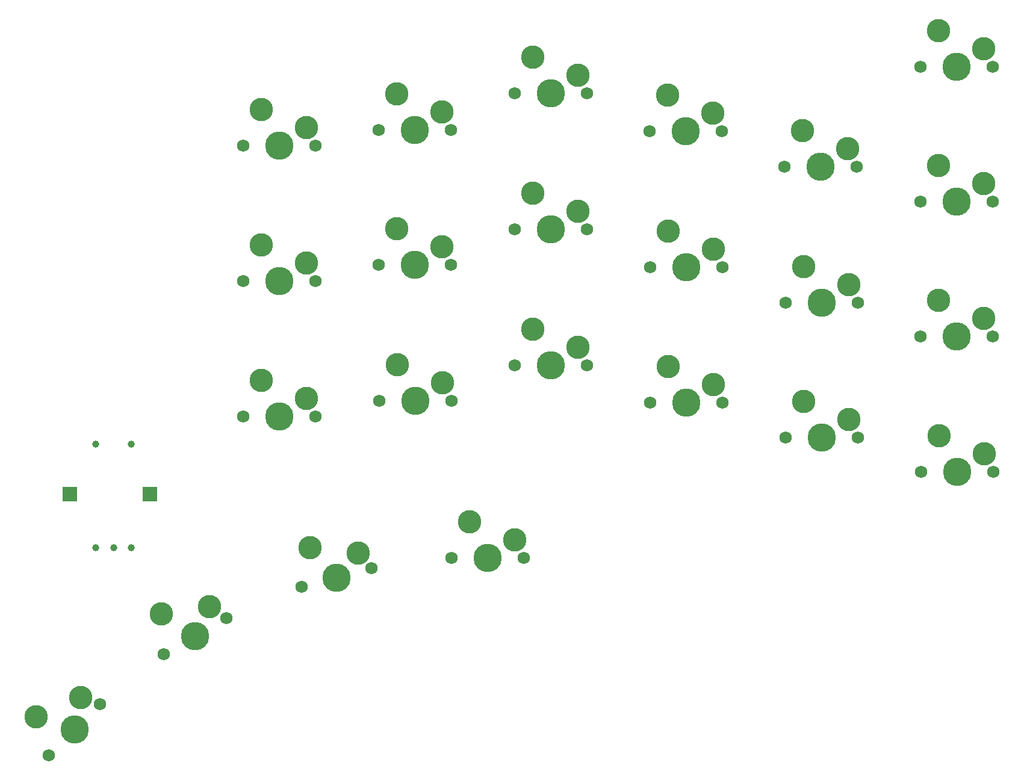
<source format=gbs>
G04 #@! TF.GenerationSoftware,KiCad,Pcbnew,7.0.10-7.0.10~ubuntu23.10.1*
G04 #@! TF.CreationDate,2024-01-07T20:04:01-05:00*
G04 #@! TF.ProjectId,Right PCB,52696768-7420-4504-9342-2e6b69636164,rev?*
G04 #@! TF.SameCoordinates,Original*
G04 #@! TF.FileFunction,Soldermask,Bot*
G04 #@! TF.FilePolarity,Negative*
%FSLAX46Y46*%
G04 Gerber Fmt 4.6, Leading zero omitted, Abs format (unit mm)*
G04 Created by KiCad (PCBNEW 7.0.10-7.0.10~ubuntu23.10.1) date 2024-01-07 20:04:01*
%MOMM*%
%LPD*%
G01*
G04 APERTURE LIST*
%ADD10C,1.750000*%
%ADD11C,3.987800*%
%ADD12C,3.300000*%
%ADD13C,1.000000*%
%ADD14R,2.000000X2.100000*%
G04 APERTURE END LIST*
D10*
X101500000Y-58600000D03*
D11*
X106580000Y-58600000D03*
D10*
X111660000Y-58600000D03*
D12*
X110390000Y-56060000D03*
X104040000Y-53520000D03*
D10*
X158720000Y-101900000D03*
D11*
X163800000Y-101900000D03*
D10*
X168880000Y-101900000D03*
D12*
X167610000Y-99360000D03*
X161260000Y-96820000D03*
D10*
X120600000Y-53500000D03*
D11*
X125680000Y-53500000D03*
D10*
X130760000Y-53500000D03*
D12*
X129490000Y-50960000D03*
X123140000Y-48420000D03*
D10*
X177720000Y-49700000D03*
D11*
X182800000Y-49700000D03*
D10*
X187880000Y-49700000D03*
D12*
X186610000Y-47160000D03*
X180260000Y-44620000D03*
D10*
X111740000Y-118800000D03*
D11*
X116820000Y-118800000D03*
D10*
X121900000Y-118800000D03*
D12*
X120630000Y-116260000D03*
X114280000Y-113720000D03*
D10*
X177820000Y-106700000D03*
D11*
X182900000Y-106700000D03*
D10*
X187980000Y-106700000D03*
D12*
X186710000Y-104160000D03*
X180360000Y-101620000D03*
D10*
X177720000Y-87700000D03*
D11*
X182800000Y-87700000D03*
D10*
X187880000Y-87700000D03*
D12*
X186610000Y-85160000D03*
X180260000Y-82620000D03*
D13*
X61700000Y-117350000D03*
X66700000Y-117350000D03*
X64200000Y-117350000D03*
D14*
X58100000Y-109850000D03*
X69300000Y-109850000D03*
D13*
X61700000Y-102850000D03*
X66700000Y-102850000D03*
D10*
X139600000Y-58800000D03*
D11*
X144680000Y-58800000D03*
D10*
X149760000Y-58800000D03*
D12*
X148490000Y-56260000D03*
X142140000Y-53720000D03*
D10*
X82440000Y-79900000D03*
D11*
X87520000Y-79900000D03*
D10*
X92600000Y-79900000D03*
D12*
X91330000Y-77360000D03*
X84980000Y-74820000D03*
D10*
X82460000Y-60840000D03*
D11*
X87540000Y-60840000D03*
D10*
X92620000Y-60840000D03*
D12*
X91350000Y-58300000D03*
X85000000Y-55760000D03*
D10*
X90693097Y-122914801D03*
D11*
X95600000Y-121600000D03*
D10*
X100506903Y-120285199D03*
D12*
X98622777Y-118160448D03*
X91831748Y-117350497D03*
D10*
X120620000Y-72600000D03*
D11*
X125700000Y-72600000D03*
D10*
X130780000Y-72600000D03*
D12*
X129510000Y-70060000D03*
X123160000Y-67520000D03*
D10*
X101540000Y-96700000D03*
D11*
X106620000Y-96700000D03*
D10*
X111700000Y-96700000D03*
D12*
X110430000Y-94160000D03*
X104080000Y-91620000D03*
D10*
X139640000Y-77900000D03*
D11*
X144720000Y-77900000D03*
D10*
X149800000Y-77900000D03*
D12*
X148530000Y-75360000D03*
X142180000Y-72820000D03*
D10*
X177720000Y-68700000D03*
D11*
X182800000Y-68700000D03*
D10*
X187880000Y-68700000D03*
D12*
X186610000Y-66160000D03*
X180260000Y-63620000D03*
D10*
X120620000Y-91700000D03*
D11*
X125700000Y-91700000D03*
D10*
X130780000Y-91700000D03*
D12*
X129510000Y-89160000D03*
X123160000Y-86620000D03*
D10*
X139720000Y-97000000D03*
D11*
X144800000Y-97000000D03*
D10*
X149880000Y-97000000D03*
D12*
X148610000Y-94460000D03*
X142260000Y-91920000D03*
D10*
X82420000Y-98900000D03*
D11*
X87500000Y-98900000D03*
D10*
X92580000Y-98900000D03*
D12*
X91310000Y-96360000D03*
X84960000Y-93820000D03*
D10*
X101520000Y-77600000D03*
D11*
X106600000Y-77600000D03*
D10*
X111680000Y-77600000D03*
D12*
X110410000Y-75060000D03*
X104060000Y-72520000D03*
D10*
X158720000Y-82900000D03*
D11*
X163800000Y-82900000D03*
D10*
X168880000Y-82900000D03*
D12*
X167610000Y-80360000D03*
X161260000Y-77820000D03*
D10*
X71300591Y-132340000D03*
D11*
X75700000Y-129800000D03*
D10*
X80099409Y-127260000D03*
D12*
X77729557Y-125695295D03*
X70960295Y-126670591D03*
D10*
X55115796Y-146584204D03*
D11*
X58707898Y-142992102D03*
D10*
X62300000Y-139400000D03*
D12*
X59605924Y-138501974D03*
X53319744Y-141196051D03*
D10*
X158600000Y-63800000D03*
D11*
X163680000Y-63800000D03*
D10*
X168760000Y-63800000D03*
D12*
X167490000Y-61260000D03*
X161140000Y-58720000D03*
M02*

</source>
